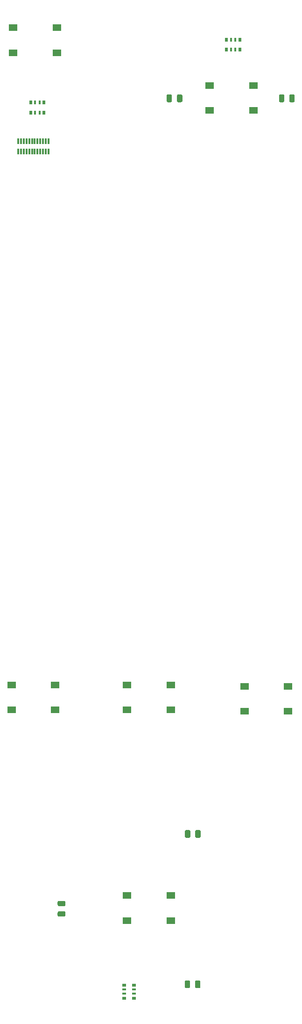
<source format=gbr>
G04 #@! TF.GenerationSoftware,KiCad,Pcbnew,5.1.5*
G04 #@! TF.CreationDate,2020-03-20T22:46:19-05:00*
G04 #@! TF.ProjectId,Reflow,5265666c-6f77-42e6-9b69-6361645f7063,rev?*
G04 #@! TF.SameCoordinates,Original*
G04 #@! TF.FileFunction,Paste,Top*
G04 #@! TF.FilePolarity,Positive*
%FSLAX46Y46*%
G04 Gerber Fmt 4.6, Leading zero omitted, Abs format (unit mm)*
G04 Created by KiCad (PCBNEW 5.1.5) date 2020-03-20 22:46:19*
%MOMM*%
%LPD*%
G04 APERTURE LIST*
%ADD10C,0.100000*%
%ADD11R,0.300000X1.000000*%
%ADD12R,0.500000X0.800000*%
%ADD13R,0.400000X0.800000*%
%ADD14R,1.550000X1.300000*%
%ADD15R,0.800000X0.500000*%
%ADD16R,0.800000X0.400000*%
G04 APERTURE END LIST*
D10*
G36*
X204617642Y-66976174D02*
G01*
X204641303Y-66979684D01*
X204664507Y-66985496D01*
X204687029Y-66993554D01*
X204708653Y-67003782D01*
X204729170Y-67016079D01*
X204748383Y-67030329D01*
X204766107Y-67046393D01*
X204782171Y-67064117D01*
X204796421Y-67083330D01*
X204808718Y-67103847D01*
X204818946Y-67125471D01*
X204827004Y-67147993D01*
X204832816Y-67171197D01*
X204836326Y-67194858D01*
X204837500Y-67218750D01*
X204837500Y-68131250D01*
X204836326Y-68155142D01*
X204832816Y-68178803D01*
X204827004Y-68202007D01*
X204818946Y-68224529D01*
X204808718Y-68246153D01*
X204796421Y-68266670D01*
X204782171Y-68285883D01*
X204766107Y-68303607D01*
X204748383Y-68319671D01*
X204729170Y-68333921D01*
X204708653Y-68346218D01*
X204687029Y-68356446D01*
X204664507Y-68364504D01*
X204641303Y-68370316D01*
X204617642Y-68373826D01*
X204593750Y-68375000D01*
X204106250Y-68375000D01*
X204082358Y-68373826D01*
X204058697Y-68370316D01*
X204035493Y-68364504D01*
X204012971Y-68356446D01*
X203991347Y-68346218D01*
X203970830Y-68333921D01*
X203951617Y-68319671D01*
X203933893Y-68303607D01*
X203917829Y-68285883D01*
X203903579Y-68266670D01*
X203891282Y-68246153D01*
X203881054Y-68224529D01*
X203872996Y-68202007D01*
X203867184Y-68178803D01*
X203863674Y-68155142D01*
X203862500Y-68131250D01*
X203862500Y-67218750D01*
X203863674Y-67194858D01*
X203867184Y-67171197D01*
X203872996Y-67147993D01*
X203881054Y-67125471D01*
X203891282Y-67103847D01*
X203903579Y-67083330D01*
X203917829Y-67064117D01*
X203933893Y-67046393D01*
X203951617Y-67030329D01*
X203970830Y-67016079D01*
X203991347Y-67003782D01*
X204012971Y-66993554D01*
X204035493Y-66985496D01*
X204058697Y-66979684D01*
X204082358Y-66976174D01*
X204106250Y-66975000D01*
X204593750Y-66975000D01*
X204617642Y-66976174D01*
G37*
G36*
X202742642Y-66976174D02*
G01*
X202766303Y-66979684D01*
X202789507Y-66985496D01*
X202812029Y-66993554D01*
X202833653Y-67003782D01*
X202854170Y-67016079D01*
X202873383Y-67030329D01*
X202891107Y-67046393D01*
X202907171Y-67064117D01*
X202921421Y-67083330D01*
X202933718Y-67103847D01*
X202943946Y-67125471D01*
X202952004Y-67147993D01*
X202957816Y-67171197D01*
X202961326Y-67194858D01*
X202962500Y-67218750D01*
X202962500Y-68131250D01*
X202961326Y-68155142D01*
X202957816Y-68178803D01*
X202952004Y-68202007D01*
X202943946Y-68224529D01*
X202933718Y-68246153D01*
X202921421Y-68266670D01*
X202907171Y-68285883D01*
X202891107Y-68303607D01*
X202873383Y-68319671D01*
X202854170Y-68333921D01*
X202833653Y-68346218D01*
X202812029Y-68356446D01*
X202789507Y-68364504D01*
X202766303Y-68370316D01*
X202742642Y-68373826D01*
X202718750Y-68375000D01*
X202231250Y-68375000D01*
X202207358Y-68373826D01*
X202183697Y-68370316D01*
X202160493Y-68364504D01*
X202137971Y-68356446D01*
X202116347Y-68346218D01*
X202095830Y-68333921D01*
X202076617Y-68319671D01*
X202058893Y-68303607D01*
X202042829Y-68285883D01*
X202028579Y-68266670D01*
X202016282Y-68246153D01*
X202006054Y-68224529D01*
X201997996Y-68202007D01*
X201992184Y-68178803D01*
X201988674Y-68155142D01*
X201987500Y-68131250D01*
X201987500Y-67218750D01*
X201988674Y-67194858D01*
X201992184Y-67171197D01*
X201997996Y-67147993D01*
X202006054Y-67125471D01*
X202016282Y-67103847D01*
X202028579Y-67083330D01*
X202042829Y-67064117D01*
X202058893Y-67046393D01*
X202076617Y-67030329D01*
X202095830Y-67016079D01*
X202116347Y-67003782D01*
X202137971Y-66993554D01*
X202160493Y-66985496D01*
X202183697Y-66979684D01*
X202207358Y-66976174D01*
X202231250Y-66975000D01*
X202718750Y-66975000D01*
X202742642Y-66976174D01*
G37*
G36*
X224992642Y-66976174D02*
G01*
X225016303Y-66979684D01*
X225039507Y-66985496D01*
X225062029Y-66993554D01*
X225083653Y-67003782D01*
X225104170Y-67016079D01*
X225123383Y-67030329D01*
X225141107Y-67046393D01*
X225157171Y-67064117D01*
X225171421Y-67083330D01*
X225183718Y-67103847D01*
X225193946Y-67125471D01*
X225202004Y-67147993D01*
X225207816Y-67171197D01*
X225211326Y-67194858D01*
X225212500Y-67218750D01*
X225212500Y-68131250D01*
X225211326Y-68155142D01*
X225207816Y-68178803D01*
X225202004Y-68202007D01*
X225193946Y-68224529D01*
X225183718Y-68246153D01*
X225171421Y-68266670D01*
X225157171Y-68285883D01*
X225141107Y-68303607D01*
X225123383Y-68319671D01*
X225104170Y-68333921D01*
X225083653Y-68346218D01*
X225062029Y-68356446D01*
X225039507Y-68364504D01*
X225016303Y-68370316D01*
X224992642Y-68373826D01*
X224968750Y-68375000D01*
X224481250Y-68375000D01*
X224457358Y-68373826D01*
X224433697Y-68370316D01*
X224410493Y-68364504D01*
X224387971Y-68356446D01*
X224366347Y-68346218D01*
X224345830Y-68333921D01*
X224326617Y-68319671D01*
X224308893Y-68303607D01*
X224292829Y-68285883D01*
X224278579Y-68266670D01*
X224266282Y-68246153D01*
X224256054Y-68224529D01*
X224247996Y-68202007D01*
X224242184Y-68178803D01*
X224238674Y-68155142D01*
X224237500Y-68131250D01*
X224237500Y-67218750D01*
X224238674Y-67194858D01*
X224242184Y-67171197D01*
X224247996Y-67147993D01*
X224256054Y-67125471D01*
X224266282Y-67103847D01*
X224278579Y-67083330D01*
X224292829Y-67064117D01*
X224308893Y-67046393D01*
X224326617Y-67030329D01*
X224345830Y-67016079D01*
X224366347Y-67003782D01*
X224387971Y-66993554D01*
X224410493Y-66985496D01*
X224433697Y-66979684D01*
X224457358Y-66976174D01*
X224481250Y-66975000D01*
X224968750Y-66975000D01*
X224992642Y-66976174D01*
G37*
G36*
X223117642Y-66976174D02*
G01*
X223141303Y-66979684D01*
X223164507Y-66985496D01*
X223187029Y-66993554D01*
X223208653Y-67003782D01*
X223229170Y-67016079D01*
X223248383Y-67030329D01*
X223266107Y-67046393D01*
X223282171Y-67064117D01*
X223296421Y-67083330D01*
X223308718Y-67103847D01*
X223318946Y-67125471D01*
X223327004Y-67147993D01*
X223332816Y-67171197D01*
X223336326Y-67194858D01*
X223337500Y-67218750D01*
X223337500Y-68131250D01*
X223336326Y-68155142D01*
X223332816Y-68178803D01*
X223327004Y-68202007D01*
X223318946Y-68224529D01*
X223308718Y-68246153D01*
X223296421Y-68266670D01*
X223282171Y-68285883D01*
X223266107Y-68303607D01*
X223248383Y-68319671D01*
X223229170Y-68333921D01*
X223208653Y-68346218D01*
X223187029Y-68356446D01*
X223164507Y-68364504D01*
X223141303Y-68370316D01*
X223117642Y-68373826D01*
X223093750Y-68375000D01*
X222606250Y-68375000D01*
X222582358Y-68373826D01*
X222558697Y-68370316D01*
X222535493Y-68364504D01*
X222512971Y-68356446D01*
X222491347Y-68346218D01*
X222470830Y-68333921D01*
X222451617Y-68319671D01*
X222433893Y-68303607D01*
X222417829Y-68285883D01*
X222403579Y-68266670D01*
X222391282Y-68246153D01*
X222381054Y-68224529D01*
X222372996Y-68202007D01*
X222367184Y-68178803D01*
X222363674Y-68155142D01*
X222362500Y-68131250D01*
X222362500Y-67218750D01*
X222363674Y-67194858D01*
X222367184Y-67171197D01*
X222372996Y-67147993D01*
X222381054Y-67125471D01*
X222391282Y-67103847D01*
X222403579Y-67083330D01*
X222417829Y-67064117D01*
X222433893Y-67046393D01*
X222451617Y-67030329D01*
X222470830Y-67016079D01*
X222491347Y-67003782D01*
X222512971Y-66993554D01*
X222535493Y-66985496D01*
X222558697Y-66979684D01*
X222582358Y-66976174D01*
X222606250Y-66975000D01*
X223093750Y-66975000D01*
X223117642Y-66976174D01*
G37*
G36*
X183405142Y-212988674D02*
G01*
X183428803Y-212992184D01*
X183452007Y-212997996D01*
X183474529Y-213006054D01*
X183496153Y-213016282D01*
X183516670Y-213028579D01*
X183535883Y-213042829D01*
X183553607Y-213058893D01*
X183569671Y-213076617D01*
X183583921Y-213095830D01*
X183596218Y-213116347D01*
X183606446Y-213137971D01*
X183614504Y-213160493D01*
X183620316Y-213183697D01*
X183623826Y-213207358D01*
X183625000Y-213231250D01*
X183625000Y-213718750D01*
X183623826Y-213742642D01*
X183620316Y-213766303D01*
X183614504Y-213789507D01*
X183606446Y-213812029D01*
X183596218Y-213833653D01*
X183583921Y-213854170D01*
X183569671Y-213873383D01*
X183553607Y-213891107D01*
X183535883Y-213907171D01*
X183516670Y-213921421D01*
X183496153Y-213933718D01*
X183474529Y-213943946D01*
X183452007Y-213952004D01*
X183428803Y-213957816D01*
X183405142Y-213961326D01*
X183381250Y-213962500D01*
X182468750Y-213962500D01*
X182444858Y-213961326D01*
X182421197Y-213957816D01*
X182397993Y-213952004D01*
X182375471Y-213943946D01*
X182353847Y-213933718D01*
X182333330Y-213921421D01*
X182314117Y-213907171D01*
X182296393Y-213891107D01*
X182280329Y-213873383D01*
X182266079Y-213854170D01*
X182253782Y-213833653D01*
X182243554Y-213812029D01*
X182235496Y-213789507D01*
X182229684Y-213766303D01*
X182226174Y-213742642D01*
X182225000Y-213718750D01*
X182225000Y-213231250D01*
X182226174Y-213207358D01*
X182229684Y-213183697D01*
X182235496Y-213160493D01*
X182243554Y-213137971D01*
X182253782Y-213116347D01*
X182266079Y-213095830D01*
X182280329Y-213076617D01*
X182296393Y-213058893D01*
X182314117Y-213042829D01*
X182333330Y-213028579D01*
X182353847Y-213016282D01*
X182375471Y-213006054D01*
X182397993Y-212997996D01*
X182421197Y-212992184D01*
X182444858Y-212988674D01*
X182468750Y-212987500D01*
X183381250Y-212987500D01*
X183405142Y-212988674D01*
G37*
G36*
X183405142Y-214863674D02*
G01*
X183428803Y-214867184D01*
X183452007Y-214872996D01*
X183474529Y-214881054D01*
X183496153Y-214891282D01*
X183516670Y-214903579D01*
X183535883Y-214917829D01*
X183553607Y-214933893D01*
X183569671Y-214951617D01*
X183583921Y-214970830D01*
X183596218Y-214991347D01*
X183606446Y-215012971D01*
X183614504Y-215035493D01*
X183620316Y-215058697D01*
X183623826Y-215082358D01*
X183625000Y-215106250D01*
X183625000Y-215593750D01*
X183623826Y-215617642D01*
X183620316Y-215641303D01*
X183614504Y-215664507D01*
X183606446Y-215687029D01*
X183596218Y-215708653D01*
X183583921Y-215729170D01*
X183569671Y-215748383D01*
X183553607Y-215766107D01*
X183535883Y-215782171D01*
X183516670Y-215796421D01*
X183496153Y-215808718D01*
X183474529Y-215818946D01*
X183452007Y-215827004D01*
X183428803Y-215832816D01*
X183405142Y-215836326D01*
X183381250Y-215837500D01*
X182468750Y-215837500D01*
X182444858Y-215836326D01*
X182421197Y-215832816D01*
X182397993Y-215827004D01*
X182375471Y-215818946D01*
X182353847Y-215808718D01*
X182333330Y-215796421D01*
X182314117Y-215782171D01*
X182296393Y-215766107D01*
X182280329Y-215748383D01*
X182266079Y-215729170D01*
X182253782Y-215708653D01*
X182243554Y-215687029D01*
X182235496Y-215664507D01*
X182229684Y-215641303D01*
X182226174Y-215617642D01*
X182225000Y-215593750D01*
X182225000Y-215106250D01*
X182226174Y-215082358D01*
X182229684Y-215058697D01*
X182235496Y-215035493D01*
X182243554Y-215012971D01*
X182253782Y-214991347D01*
X182266079Y-214970830D01*
X182280329Y-214951617D01*
X182296393Y-214933893D01*
X182314117Y-214917829D01*
X182333330Y-214903579D01*
X182353847Y-214891282D01*
X182375471Y-214881054D01*
X182397993Y-214872996D01*
X182421197Y-214867184D01*
X182444858Y-214863674D01*
X182468750Y-214862500D01*
X183381250Y-214862500D01*
X183405142Y-214863674D01*
G37*
G36*
X206067642Y-200176174D02*
G01*
X206091303Y-200179684D01*
X206114507Y-200185496D01*
X206137029Y-200193554D01*
X206158653Y-200203782D01*
X206179170Y-200216079D01*
X206198383Y-200230329D01*
X206216107Y-200246393D01*
X206232171Y-200264117D01*
X206246421Y-200283330D01*
X206258718Y-200303847D01*
X206268946Y-200325471D01*
X206277004Y-200347993D01*
X206282816Y-200371197D01*
X206286326Y-200394858D01*
X206287500Y-200418750D01*
X206287500Y-201331250D01*
X206286326Y-201355142D01*
X206282816Y-201378803D01*
X206277004Y-201402007D01*
X206268946Y-201424529D01*
X206258718Y-201446153D01*
X206246421Y-201466670D01*
X206232171Y-201485883D01*
X206216107Y-201503607D01*
X206198383Y-201519671D01*
X206179170Y-201533921D01*
X206158653Y-201546218D01*
X206137029Y-201556446D01*
X206114507Y-201564504D01*
X206091303Y-201570316D01*
X206067642Y-201573826D01*
X206043750Y-201575000D01*
X205556250Y-201575000D01*
X205532358Y-201573826D01*
X205508697Y-201570316D01*
X205485493Y-201564504D01*
X205462971Y-201556446D01*
X205441347Y-201546218D01*
X205420830Y-201533921D01*
X205401617Y-201519671D01*
X205383893Y-201503607D01*
X205367829Y-201485883D01*
X205353579Y-201466670D01*
X205341282Y-201446153D01*
X205331054Y-201424529D01*
X205322996Y-201402007D01*
X205317184Y-201378803D01*
X205313674Y-201355142D01*
X205312500Y-201331250D01*
X205312500Y-200418750D01*
X205313674Y-200394858D01*
X205317184Y-200371197D01*
X205322996Y-200347993D01*
X205331054Y-200325471D01*
X205341282Y-200303847D01*
X205353579Y-200283330D01*
X205367829Y-200264117D01*
X205383893Y-200246393D01*
X205401617Y-200230329D01*
X205420830Y-200216079D01*
X205441347Y-200203782D01*
X205462971Y-200193554D01*
X205485493Y-200185496D01*
X205508697Y-200179684D01*
X205532358Y-200176174D01*
X205556250Y-200175000D01*
X206043750Y-200175000D01*
X206067642Y-200176174D01*
G37*
G36*
X207942642Y-200176174D02*
G01*
X207966303Y-200179684D01*
X207989507Y-200185496D01*
X208012029Y-200193554D01*
X208033653Y-200203782D01*
X208054170Y-200216079D01*
X208073383Y-200230329D01*
X208091107Y-200246393D01*
X208107171Y-200264117D01*
X208121421Y-200283330D01*
X208133718Y-200303847D01*
X208143946Y-200325471D01*
X208152004Y-200347993D01*
X208157816Y-200371197D01*
X208161326Y-200394858D01*
X208162500Y-200418750D01*
X208162500Y-201331250D01*
X208161326Y-201355142D01*
X208157816Y-201378803D01*
X208152004Y-201402007D01*
X208143946Y-201424529D01*
X208133718Y-201446153D01*
X208121421Y-201466670D01*
X208107171Y-201485883D01*
X208091107Y-201503607D01*
X208073383Y-201519671D01*
X208054170Y-201533921D01*
X208033653Y-201546218D01*
X208012029Y-201556446D01*
X207989507Y-201564504D01*
X207966303Y-201570316D01*
X207942642Y-201573826D01*
X207918750Y-201575000D01*
X207431250Y-201575000D01*
X207407358Y-201573826D01*
X207383697Y-201570316D01*
X207360493Y-201564504D01*
X207337971Y-201556446D01*
X207316347Y-201546218D01*
X207295830Y-201533921D01*
X207276617Y-201519671D01*
X207258893Y-201503607D01*
X207242829Y-201485883D01*
X207228579Y-201466670D01*
X207216282Y-201446153D01*
X207206054Y-201424529D01*
X207197996Y-201402007D01*
X207192184Y-201378803D01*
X207188674Y-201355142D01*
X207187500Y-201331250D01*
X207187500Y-200418750D01*
X207188674Y-200394858D01*
X207192184Y-200371197D01*
X207197996Y-200347993D01*
X207206054Y-200325471D01*
X207216282Y-200303847D01*
X207228579Y-200283330D01*
X207242829Y-200264117D01*
X207258893Y-200246393D01*
X207276617Y-200230329D01*
X207295830Y-200216079D01*
X207316347Y-200203782D01*
X207337971Y-200193554D01*
X207360493Y-200185496D01*
X207383697Y-200179684D01*
X207407358Y-200176174D01*
X207431250Y-200175000D01*
X207918750Y-200175000D01*
X207942642Y-200176174D01*
G37*
G36*
X207905142Y-227401174D02*
G01*
X207928803Y-227404684D01*
X207952007Y-227410496D01*
X207974529Y-227418554D01*
X207996153Y-227428782D01*
X208016670Y-227441079D01*
X208035883Y-227455329D01*
X208053607Y-227471393D01*
X208069671Y-227489117D01*
X208083921Y-227508330D01*
X208096218Y-227528847D01*
X208106446Y-227550471D01*
X208114504Y-227572993D01*
X208120316Y-227596197D01*
X208123826Y-227619858D01*
X208125000Y-227643750D01*
X208125000Y-228556250D01*
X208123826Y-228580142D01*
X208120316Y-228603803D01*
X208114504Y-228627007D01*
X208106446Y-228649529D01*
X208096218Y-228671153D01*
X208083921Y-228691670D01*
X208069671Y-228710883D01*
X208053607Y-228728607D01*
X208035883Y-228744671D01*
X208016670Y-228758921D01*
X207996153Y-228771218D01*
X207974529Y-228781446D01*
X207952007Y-228789504D01*
X207928803Y-228795316D01*
X207905142Y-228798826D01*
X207881250Y-228800000D01*
X207393750Y-228800000D01*
X207369858Y-228798826D01*
X207346197Y-228795316D01*
X207322993Y-228789504D01*
X207300471Y-228781446D01*
X207278847Y-228771218D01*
X207258330Y-228758921D01*
X207239117Y-228744671D01*
X207221393Y-228728607D01*
X207205329Y-228710883D01*
X207191079Y-228691670D01*
X207178782Y-228671153D01*
X207168554Y-228649529D01*
X207160496Y-228627007D01*
X207154684Y-228603803D01*
X207151174Y-228580142D01*
X207150000Y-228556250D01*
X207150000Y-227643750D01*
X207151174Y-227619858D01*
X207154684Y-227596197D01*
X207160496Y-227572993D01*
X207168554Y-227550471D01*
X207178782Y-227528847D01*
X207191079Y-227508330D01*
X207205329Y-227489117D01*
X207221393Y-227471393D01*
X207239117Y-227455329D01*
X207258330Y-227441079D01*
X207278847Y-227428782D01*
X207300471Y-227418554D01*
X207322993Y-227410496D01*
X207346197Y-227404684D01*
X207369858Y-227401174D01*
X207393750Y-227400000D01*
X207881250Y-227400000D01*
X207905142Y-227401174D01*
G37*
G36*
X206030142Y-227401174D02*
G01*
X206053803Y-227404684D01*
X206077007Y-227410496D01*
X206099529Y-227418554D01*
X206121153Y-227428782D01*
X206141670Y-227441079D01*
X206160883Y-227455329D01*
X206178607Y-227471393D01*
X206194671Y-227489117D01*
X206208921Y-227508330D01*
X206221218Y-227528847D01*
X206231446Y-227550471D01*
X206239504Y-227572993D01*
X206245316Y-227596197D01*
X206248826Y-227619858D01*
X206250000Y-227643750D01*
X206250000Y-228556250D01*
X206248826Y-228580142D01*
X206245316Y-228603803D01*
X206239504Y-228627007D01*
X206231446Y-228649529D01*
X206221218Y-228671153D01*
X206208921Y-228691670D01*
X206194671Y-228710883D01*
X206178607Y-228728607D01*
X206160883Y-228744671D01*
X206141670Y-228758921D01*
X206121153Y-228771218D01*
X206099529Y-228781446D01*
X206077007Y-228789504D01*
X206053803Y-228795316D01*
X206030142Y-228798826D01*
X206006250Y-228800000D01*
X205518750Y-228800000D01*
X205494858Y-228798826D01*
X205471197Y-228795316D01*
X205447993Y-228789504D01*
X205425471Y-228781446D01*
X205403847Y-228771218D01*
X205383330Y-228758921D01*
X205364117Y-228744671D01*
X205346393Y-228728607D01*
X205330329Y-228710883D01*
X205316079Y-228691670D01*
X205303782Y-228671153D01*
X205293554Y-228649529D01*
X205285496Y-228627007D01*
X205279684Y-228603803D01*
X205276174Y-228580142D01*
X205275000Y-228556250D01*
X205275000Y-227643750D01*
X205276174Y-227619858D01*
X205279684Y-227596197D01*
X205285496Y-227572993D01*
X205293554Y-227550471D01*
X205303782Y-227528847D01*
X205316079Y-227508330D01*
X205330329Y-227489117D01*
X205346393Y-227471393D01*
X205364117Y-227455329D01*
X205383330Y-227441079D01*
X205403847Y-227428782D01*
X205425471Y-227418554D01*
X205447993Y-227410496D01*
X205471197Y-227404684D01*
X205494858Y-227401174D01*
X205518750Y-227400000D01*
X206006250Y-227400000D01*
X206030142Y-227401174D01*
G37*
D11*
X175075000Y-75425000D03*
X175575000Y-75425000D03*
X176075000Y-75425000D03*
X176575000Y-75425000D03*
X177075000Y-75425000D03*
X177575000Y-75425000D03*
X178075000Y-75425000D03*
X178575000Y-75425000D03*
X179075000Y-75425000D03*
X179575000Y-75425000D03*
X180075000Y-75425000D03*
X180575000Y-75425000D03*
X180575000Y-77325000D03*
X180075000Y-77325000D03*
X179575000Y-77325000D03*
X179075000Y-77325000D03*
X178575000Y-77325000D03*
X178075000Y-77325000D03*
X177575000Y-77325000D03*
X177075000Y-77325000D03*
X176575000Y-77325000D03*
X176075000Y-77325000D03*
X175575000Y-77325000D03*
X175075000Y-77325000D03*
D12*
X177350000Y-70250000D03*
D13*
X178950000Y-70250000D03*
X178150000Y-70250000D03*
D12*
X179750000Y-70250000D03*
D13*
X178150000Y-68450000D03*
D12*
X177350000Y-68450000D03*
D13*
X178950000Y-68450000D03*
D12*
X179750000Y-68450000D03*
X215250000Y-57075000D03*
D13*
X213650000Y-57075000D03*
X214450000Y-57075000D03*
D12*
X212850000Y-57075000D03*
D13*
X214450000Y-58875000D03*
D12*
X215250000Y-58875000D03*
D13*
X213650000Y-58875000D03*
D12*
X212850000Y-58875000D03*
D14*
X182125000Y-59400000D03*
X182125000Y-54900000D03*
X174175000Y-54900000D03*
X174175000Y-59400000D03*
X209800000Y-69825000D03*
X209800000Y-65325000D03*
X217750000Y-65325000D03*
X217750000Y-69825000D03*
X216100000Y-178650000D03*
X216100000Y-174150000D03*
X224050000Y-174150000D03*
X224050000Y-178650000D03*
X173850000Y-178400000D03*
X173850000Y-173900000D03*
X181800000Y-173900000D03*
X181800000Y-178400000D03*
X202725000Y-178400000D03*
X202725000Y-173900000D03*
X194775000Y-173900000D03*
X194775000Y-178400000D03*
X194800000Y-216550000D03*
X194800000Y-212050000D03*
X202750000Y-212050000D03*
X202750000Y-216550000D03*
D15*
X194275000Y-228225000D03*
D16*
X194275000Y-229825000D03*
X194275000Y-229025000D03*
D15*
X194275000Y-230625000D03*
D16*
X196075000Y-229025000D03*
D15*
X196075000Y-228225000D03*
D16*
X196075000Y-229825000D03*
D15*
X196075000Y-230625000D03*
M02*

</source>
